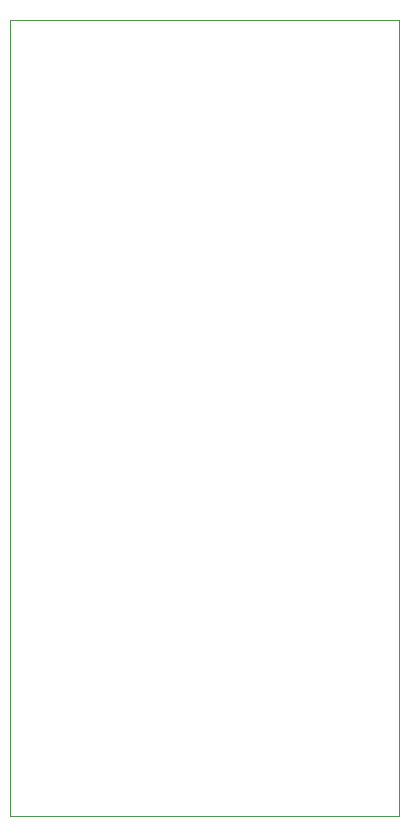
<source format=gbr>
%TF.GenerationSoftware,KiCad,Pcbnew,8.0.8*%
%TF.CreationDate,2025-03-16T18:45:55-07:00*%
%TF.ProjectId,PhonePiHat,50686f6e-6550-4694-9861-742e6b696361,rev?*%
%TF.SameCoordinates,Original*%
%TF.FileFunction,Profile,NP*%
%FSLAX46Y46*%
G04 Gerber Fmt 4.6, Leading zero omitted, Abs format (unit mm)*
G04 Created by KiCad (PCBNEW 8.0.8) date 2025-03-16 18:45:55*
%MOMM*%
%LPD*%
G01*
G04 APERTURE LIST*
%TA.AperFunction,Profile*%
%ADD10C,0.050000*%
%TD*%
G04 APERTURE END LIST*
D10*
X17545000Y-40000000D02*
X50500000Y-40000000D01*
X50500000Y-107380000D01*
X17545000Y-107380000D01*
X17545000Y-40000000D01*
M02*

</source>
